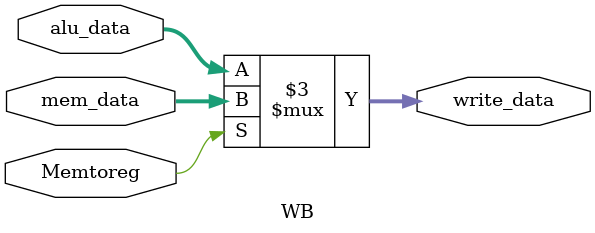
<source format=v>
`timescale 1ns / 1ps

module WB (
    input               Memtoreg,     // select signal
    input [31:0]        mem_data,
    input [31:0]        alu_data,
    output reg [31:0]   write_data      // rewrite data
);

    always @(*) begin
        if (Memtoreg) begin
            write_data = mem_data;
        end else begin
            write_data = alu_data;
        end
    end

endmodule

</source>
